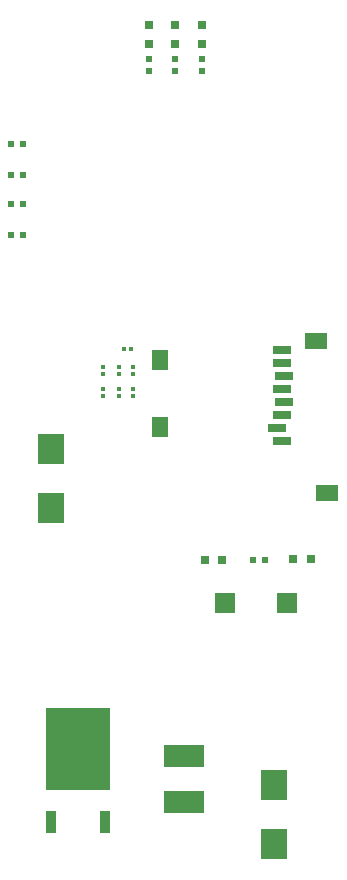
<source format=gbp>
G04 Layer_Color=128*
%FSLAX24Y24*%
%MOIN*%
G70*
G01*
G75*
%ADD11R,0.0118X0.0118*%
%ADD15R,0.0118X0.0118*%
%ADD16R,0.0236X0.0197*%
%ADD23R,0.0197X0.0236*%
%ADD40R,0.0374X0.0748*%
%ADD41R,0.2165X0.2717*%
%ADD42R,0.0866X0.1024*%
%ADD43R,0.0315X0.0315*%
%ADD44R,0.0591X0.0315*%
%ADD45R,0.0748X0.0551*%
%ADD46R,0.0551X0.0709*%
%ADD47R,0.0669X0.0709*%
%ADD48R,0.1339X0.0748*%
D11*
X37067Y40000D02*
D03*
Y39764D02*
D03*
X36073Y39252D02*
D03*
Y39016D02*
D03*
X36585Y39252D02*
D03*
Y39016D02*
D03*
X37067Y39252D02*
D03*
Y39016D02*
D03*
X36073Y40000D02*
D03*
Y39764D02*
D03*
X36585Y40000D02*
D03*
Y39764D02*
D03*
D15*
X36762Y40581D02*
D03*
X36998D02*
D03*
D16*
X37579Y50246D02*
D03*
Y49852D02*
D03*
X38474Y50246D02*
D03*
Y49852D02*
D03*
X39350Y50246D02*
D03*
Y49852D02*
D03*
D23*
X41053Y33563D02*
D03*
X41447D02*
D03*
X33396Y44390D02*
D03*
X33002D02*
D03*
Y45433D02*
D03*
X33396D02*
D03*
X33002Y47411D02*
D03*
X33396D02*
D03*
X33002Y46407D02*
D03*
X33396D02*
D03*
D40*
X36114Y24813D02*
D03*
X34319D02*
D03*
D41*
X35217Y27254D02*
D03*
D42*
X41762Y26073D02*
D03*
Y24104D02*
D03*
X34321Y35305D02*
D03*
Y37274D02*
D03*
D43*
X37579Y51388D02*
D03*
Y50758D02*
D03*
X39350Y51388D02*
D03*
Y50758D02*
D03*
X38465Y51388D02*
D03*
Y50758D02*
D03*
X42392Y33583D02*
D03*
X42982D02*
D03*
X39449Y33573D02*
D03*
X40039D02*
D03*
D44*
X42028Y40555D02*
D03*
Y40122D02*
D03*
X42106Y39689D02*
D03*
X42028Y39256D02*
D03*
X42106Y38823D02*
D03*
X42028Y38390D02*
D03*
X41870Y37957D02*
D03*
X42028Y37524D02*
D03*
D45*
X43150Y40866D02*
D03*
X43543Y35787D02*
D03*
D46*
X37972Y40236D02*
D03*
Y37992D02*
D03*
D47*
X42205Y32136D02*
D03*
X40118D02*
D03*
D48*
X38760Y27037D02*
D03*
Y25501D02*
D03*
M02*

</source>
